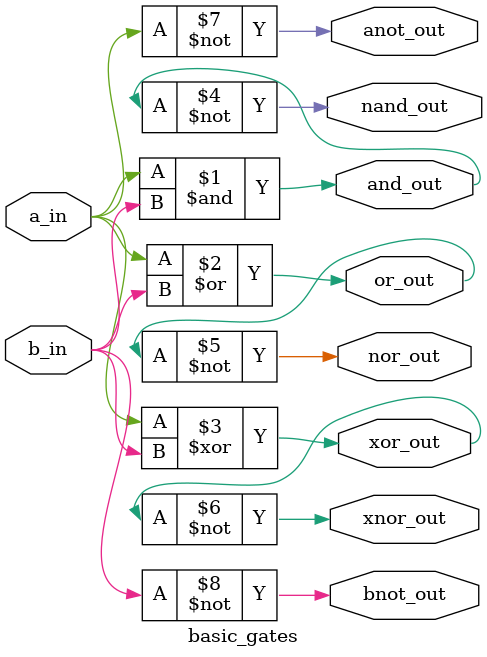
<source format=v>
`timescale 1ns / 1ps


module basic_gates(
    input a_in,b_in,
    output anot_out, bnot_out, and_out, nand_out, nor_out, or_out, xor_out,xnor_out 
    );
    and(and_out, a_in , b_in);
    or(or_out, a_in , b_in);
    xor(xor_out, a_in , b_in);
    nand(nand_out,and_out);
    nor(nor_out, or_out);
    xnor(xnor_out,xor_out);
    not(anot_out, a_in);
    not(bnot_out, b_in);
      
endmodule

</source>
